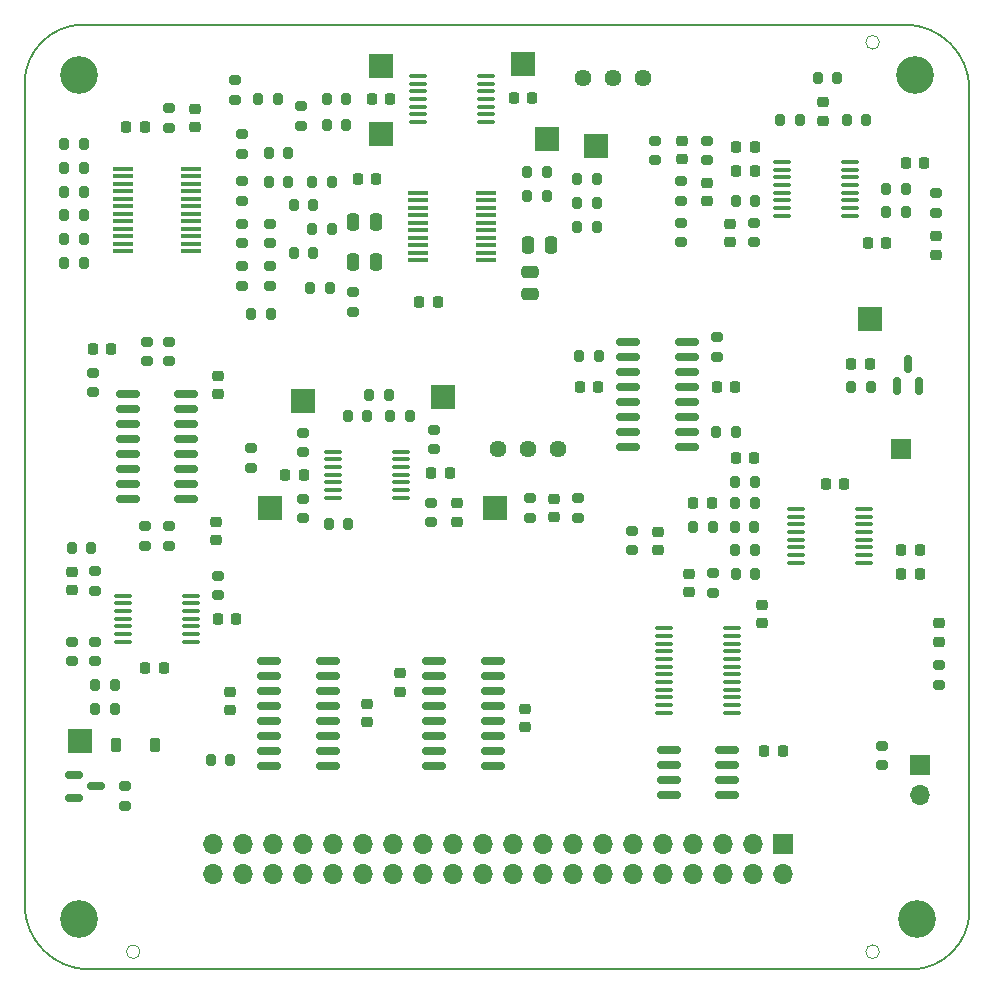
<source format=gbr>
G04 #@! TF.GenerationSoftware,KiCad,Pcbnew,7.0.11*
G04 #@! TF.CreationDate,2024-11-30T22:12:29-08:00*
G04 #@! TF.ProjectId,poledancer,706f6c65-6461-46e6-9365-722e6b696361,0.1*
G04 #@! TF.SameCoordinates,PX3de4ba0PY6578900*
G04 #@! TF.FileFunction,Soldermask,Top*
G04 #@! TF.FilePolarity,Negative*
%FSLAX46Y46*%
G04 Gerber Fmt 4.6, Leading zero omitted, Abs format (unit mm)*
G04 Created by KiCad (PCBNEW 7.0.11) date 2024-11-30 22:12:29*
%MOMM*%
%LPD*%
G01*
G04 APERTURE LIST*
G04 Aperture macros list*
%AMRoundRect*
0 Rectangle with rounded corners*
0 $1 Rounding radius*
0 $2 $3 $4 $5 $6 $7 $8 $9 X,Y pos of 4 corners*
0 Add a 4 corners polygon primitive as box body*
4,1,4,$2,$3,$4,$5,$6,$7,$8,$9,$2,$3,0*
0 Add four circle primitives for the rounded corners*
1,1,$1+$1,$2,$3*
1,1,$1+$1,$4,$5*
1,1,$1+$1,$6,$7*
1,1,$1+$1,$8,$9*
0 Add four rect primitives between the rounded corners*
20,1,$1+$1,$2,$3,$4,$5,0*
20,1,$1+$1,$4,$5,$6,$7,0*
20,1,$1+$1,$6,$7,$8,$9,0*
20,1,$1+$1,$8,$9,$2,$3,0*%
G04 Aperture macros list end*
%ADD10RoundRect,0.225000X-0.250000X0.225000X-0.250000X-0.225000X0.250000X-0.225000X0.250000X0.225000X0*%
%ADD11RoundRect,0.225000X0.250000X-0.225000X0.250000X0.225000X-0.250000X0.225000X-0.250000X-0.225000X0*%
%ADD12RoundRect,0.200000X0.200000X0.275000X-0.200000X0.275000X-0.200000X-0.275000X0.200000X-0.275000X0*%
%ADD13C,3.200000*%
%ADD14RoundRect,0.100000X0.637500X0.100000X-0.637500X0.100000X-0.637500X-0.100000X0.637500X-0.100000X0*%
%ADD15RoundRect,0.100000X-0.637500X-0.100000X0.637500X-0.100000X0.637500X0.100000X-0.637500X0.100000X0*%
%ADD16R,1.700000X1.700000*%
%ADD17RoundRect,0.225000X0.225000X0.250000X-0.225000X0.250000X-0.225000X-0.250000X0.225000X-0.250000X0*%
%ADD18R,1.700000X0.400000*%
%ADD19RoundRect,0.250000X0.250000X0.475000X-0.250000X0.475000X-0.250000X-0.475000X0.250000X-0.475000X0*%
%ADD20RoundRect,0.150000X-0.825000X-0.150000X0.825000X-0.150000X0.825000X0.150000X-0.825000X0.150000X0*%
%ADD21RoundRect,0.225000X-0.225000X-0.250000X0.225000X-0.250000X0.225000X0.250000X-0.225000X0.250000X0*%
%ADD22RoundRect,0.200000X0.275000X-0.200000X0.275000X0.200000X-0.275000X0.200000X-0.275000X-0.200000X0*%
%ADD23RoundRect,0.200000X-0.200000X-0.275000X0.200000X-0.275000X0.200000X0.275000X-0.200000X0.275000X0*%
%ADD24O,1.700000X1.700000*%
%ADD25R,2.000000X2.000000*%
%ADD26RoundRect,0.200000X-0.275000X0.200000X-0.275000X-0.200000X0.275000X-0.200000X0.275000X0.200000X0*%
%ADD27RoundRect,0.250000X-0.475000X0.250000X-0.475000X-0.250000X0.475000X-0.250000X0.475000X0.250000X0*%
%ADD28C,1.440000*%
%ADD29RoundRect,0.150000X-0.587500X-0.150000X0.587500X-0.150000X0.587500X0.150000X-0.587500X0.150000X0*%
%ADD30RoundRect,0.218750X0.256250X-0.218750X0.256250X0.218750X-0.256250X0.218750X-0.256250X-0.218750X0*%
%ADD31RoundRect,0.250000X-0.250000X-0.475000X0.250000X-0.475000X0.250000X0.475000X-0.250000X0.475000X0*%
%ADD32RoundRect,0.150000X0.150000X-0.587500X0.150000X0.587500X-0.150000X0.587500X-0.150000X-0.587500X0*%
%ADD33RoundRect,0.225000X-0.225000X-0.375000X0.225000X-0.375000X0.225000X0.375000X-0.225000X0.375000X0*%
G04 #@! TA.AperFunction,Profile*
%ADD34C,0.150000*%
G04 #@! TD*
G04 #@! TA.AperFunction,Profile*
%ADD35C,0.050000*%
G04 #@! TD*
G04 APERTURE END LIST*
D10*
X56125000Y71625000D03*
X56125000Y70075000D03*
D11*
X45325000Y39795000D03*
X45325000Y41345000D03*
D12*
X22824998Y70600000D03*
X21174998Y70600000D03*
D11*
X54100000Y37025000D03*
X54100000Y38575000D03*
D13*
X76100000Y5800000D03*
X75900000Y77200000D03*
X5100000Y5800000D03*
X5100000Y77200000D03*
D14*
X71562500Y35925000D03*
X71562500Y36575000D03*
X71562500Y37225000D03*
X71562500Y37875000D03*
X71562500Y38525000D03*
X71562500Y39175000D03*
X71562500Y39825000D03*
X71562500Y40475000D03*
X65837500Y40475000D03*
X65837500Y39825000D03*
X65837500Y39175000D03*
X65837500Y38525000D03*
X65837500Y37875000D03*
X65837500Y37225000D03*
X65837500Y36575000D03*
X65837500Y35925000D03*
D15*
X33837500Y77150000D03*
X33837500Y76500000D03*
X33837500Y75850000D03*
X33837500Y75200000D03*
X33837500Y74550000D03*
X33837500Y73900000D03*
X33837500Y73250000D03*
X39562500Y73250000D03*
X39562500Y73900000D03*
X39562500Y74550000D03*
X39562500Y75200000D03*
X39562500Y75850000D03*
X39562500Y76500000D03*
X39562500Y77150000D03*
D12*
X5525000Y67350000D03*
X3875000Y67350000D03*
D16*
X74700000Y45600000D03*
D17*
X31475000Y75200000D03*
X29925000Y75200000D03*
D18*
X8850000Y69292500D03*
X8850000Y68657500D03*
X8850000Y68022500D03*
X8850000Y67387500D03*
X8850000Y66752500D03*
X8850000Y66117500D03*
X8850000Y65482500D03*
X8850000Y64847500D03*
X8850000Y64212500D03*
X8850000Y63577500D03*
X8850000Y62942500D03*
X8850000Y62307500D03*
X14550000Y62307500D03*
X14550000Y62942500D03*
X14550000Y63577500D03*
X14550000Y64212500D03*
X14550000Y64847500D03*
X14550000Y65482500D03*
X14550000Y66117500D03*
X14550000Y66752500D03*
X14550000Y67387500D03*
X14550000Y68022500D03*
X14550000Y68657500D03*
X14550000Y69292500D03*
D19*
X30250000Y64800000D03*
X28350000Y64800000D03*
D20*
X51625000Y54645000D03*
X51625000Y53375000D03*
X51625000Y52105000D03*
X51625000Y50835000D03*
X51625000Y49565000D03*
X51625000Y48295000D03*
X51625000Y47025000D03*
X51625000Y45755000D03*
X56575000Y45755000D03*
X56575000Y47025000D03*
X56575000Y48295000D03*
X56575000Y49565000D03*
X56575000Y50835000D03*
X56575000Y52105000D03*
X56575000Y53375000D03*
X56575000Y54645000D03*
D21*
X10725000Y27000000D03*
X12275000Y27000000D03*
D22*
X23900000Y72925000D03*
X23900000Y74575000D03*
D23*
X29675000Y50150000D03*
X31325000Y50150000D03*
D21*
X68325000Y42600000D03*
X69875000Y42600000D03*
D20*
X9225000Y50245000D03*
X9225000Y48975000D03*
X9225000Y47705000D03*
X9225000Y46435000D03*
X9225000Y45165000D03*
X9225000Y43895000D03*
X9225000Y42625000D03*
X9225000Y41355000D03*
X14175000Y41355000D03*
X14175000Y42625000D03*
X14175000Y43895000D03*
X14175000Y45165000D03*
X14175000Y46435000D03*
X14175000Y47705000D03*
X14175000Y48975000D03*
X14175000Y50245000D03*
D17*
X72050000Y52800000D03*
X70500000Y52800000D03*
D10*
X37097000Y40975000D03*
X37097000Y39425000D03*
D16*
X76300000Y18800000D03*
D24*
X76300000Y16260000D03*
D22*
X21249998Y59375000D03*
X21249998Y61025000D03*
D12*
X24925000Y62200000D03*
X23275000Y62200000D03*
D23*
X43050000Y69000000D03*
X44700000Y69000000D03*
X70100000Y73400000D03*
X71750000Y73400000D03*
D25*
X21300000Y40600000D03*
D12*
X75100000Y65600000D03*
X73450000Y65600000D03*
D23*
X26075000Y75200000D03*
X27725000Y75200000D03*
D12*
X21925000Y75200000D03*
X20275000Y75200000D03*
D22*
X6500000Y27575000D03*
X6500000Y29225000D03*
D26*
X58750000Y35025000D03*
X58750000Y33375000D03*
D27*
X43300000Y60550000D03*
X43300000Y58650000D03*
D26*
X12700000Y54625000D03*
X12700000Y52975000D03*
D22*
X53900000Y70025000D03*
X53900000Y71675000D03*
D12*
X8125000Y25600000D03*
X6475000Y25600000D03*
D11*
X17900000Y23425000D03*
X17900000Y24975000D03*
D28*
X45665000Y45525000D03*
X43125000Y45525000D03*
X40585000Y45525000D03*
D29*
X4692500Y17950000D03*
X4692500Y16050000D03*
X6567500Y17000000D03*
D26*
X19700000Y45625000D03*
X19700000Y43975000D03*
D21*
X28725000Y68400000D03*
X30275000Y68400000D03*
D23*
X67675000Y77000000D03*
X69325000Y77000000D03*
D11*
X16900000Y50225000D03*
X16900000Y51775000D03*
D26*
X18900000Y61025000D03*
X18900000Y59375000D03*
D22*
X18900000Y70575000D03*
X18900000Y72225000D03*
D26*
X43325000Y41395000D03*
X43325000Y39745000D03*
D12*
X22824998Y68200000D03*
X21174998Y68200000D03*
D10*
X62900000Y32375000D03*
X62900000Y30825000D03*
D21*
X34950000Y43550000D03*
X36500000Y43550000D03*
D17*
X62312500Y71100000D03*
X60762500Y71100000D03*
D26*
X6475000Y35200000D03*
X6475000Y33550000D03*
D21*
X60725000Y44800000D03*
X62275000Y44800000D03*
D17*
X49075000Y50800000D03*
X47525000Y50800000D03*
D25*
X5210000Y20800000D03*
D17*
X62312500Y69100000D03*
X60762500Y69100000D03*
D12*
X49125000Y53400000D03*
X47475000Y53400000D03*
D22*
X18300000Y75125000D03*
X18300000Y76775000D03*
D12*
X5525000Y71350000D03*
X3875000Y71350000D03*
D23*
X47275000Y64400000D03*
X48925000Y64400000D03*
D20*
X21200000Y27645000D03*
X21200000Y26375000D03*
X21200000Y25105000D03*
X21200000Y23835000D03*
X21200000Y22565000D03*
X21200000Y21295000D03*
X21200000Y20025000D03*
X21200000Y18755000D03*
X26150000Y18755000D03*
X26150000Y20025000D03*
X26150000Y21295000D03*
X26150000Y22565000D03*
X26150000Y23835000D03*
X26150000Y25105000D03*
X26150000Y26375000D03*
X26150000Y27645000D03*
D10*
X77700000Y63575000D03*
X77700000Y62025000D03*
D11*
X68125000Y73375000D03*
X68125000Y74925000D03*
D26*
X4525000Y29225000D03*
X4525000Y27575000D03*
D12*
X58750000Y39000000D03*
X57100000Y39000000D03*
D23*
X64500000Y73400000D03*
X66150000Y73400000D03*
D19*
X30250000Y61400000D03*
X28350000Y61400000D03*
D12*
X5525000Y63350000D03*
X3875000Y63350000D03*
D21*
X71925000Y63000000D03*
X73475000Y63000000D03*
D26*
X35125000Y47175000D03*
X35125000Y45525000D03*
D28*
X52850000Y77000000D03*
X50310000Y77000000D03*
X47770000Y77000000D03*
D25*
X44700000Y71800000D03*
D18*
X39550000Y61542500D03*
X39550000Y62177500D03*
X39550000Y62812500D03*
X39550000Y63447500D03*
X39550000Y64082500D03*
X39550000Y64717500D03*
X39550000Y65352500D03*
X39550000Y65987500D03*
X39550000Y66622500D03*
X39550000Y67257500D03*
X33850000Y67257500D03*
X33850000Y66622500D03*
X33850000Y65987500D03*
X33850000Y65352500D03*
X33850000Y64717500D03*
X33850000Y64082500D03*
X33850000Y63447500D03*
X33850000Y62812500D03*
X33850000Y62177500D03*
X33850000Y61542500D03*
D21*
X41925000Y75250000D03*
X43475000Y75250000D03*
D26*
X56100000Y64700000D03*
X56100000Y63050000D03*
D20*
X35200000Y27600000D03*
X35200000Y26330000D03*
X35200000Y25060000D03*
X35200000Y23790000D03*
X35200000Y22520000D03*
X35200000Y21250000D03*
X35200000Y19980000D03*
X35200000Y18710000D03*
X40150000Y18710000D03*
X40150000Y19980000D03*
X40150000Y21250000D03*
X40150000Y22520000D03*
X40150000Y23790000D03*
X40150000Y25060000D03*
X40150000Y26330000D03*
X40150000Y27600000D03*
D22*
X12700000Y37375000D03*
X12700000Y39025000D03*
D21*
X33925000Y58000000D03*
X35475000Y58000000D03*
D17*
X58675000Y41000000D03*
X57125000Y41000000D03*
D11*
X14900000Y72825000D03*
X14900000Y74375000D03*
D23*
X19675000Y57000000D03*
X21325000Y57000000D03*
D10*
X32300000Y26575000D03*
X32300000Y25025000D03*
D12*
X48925000Y68400000D03*
X47275000Y68400000D03*
D22*
X59150000Y53375000D03*
X59150000Y55025000D03*
D12*
X26500000Y68200000D03*
X24850000Y68200000D03*
D25*
X35925000Y49925000D03*
X48900000Y71200000D03*
D15*
X64637500Y69875000D03*
X64637500Y69225000D03*
X64637500Y68575000D03*
X64637500Y67925000D03*
X64637500Y67275000D03*
X64637500Y66625000D03*
X64637500Y65975000D03*
X64637500Y65325000D03*
X70362500Y65325000D03*
X70362500Y65975000D03*
X70362500Y66625000D03*
X70362500Y67275000D03*
X70362500Y67925000D03*
X70362500Y68575000D03*
X70362500Y69225000D03*
X70362500Y69875000D03*
D26*
X6300000Y52025000D03*
X6300000Y50375000D03*
D22*
X34925000Y39375000D03*
X34925000Y41025000D03*
D26*
X77900000Y27237500D03*
X77900000Y25587500D03*
D12*
X26325000Y59200000D03*
X24675000Y59200000D03*
X75100000Y67600000D03*
X73450000Y67600000D03*
X5525000Y61350000D03*
X3875000Y61350000D03*
D15*
X54637500Y30375000D03*
X54637500Y29725000D03*
X54637500Y29075000D03*
X54637500Y28425000D03*
X54637500Y27775000D03*
X54637500Y27125000D03*
X54637500Y26475000D03*
X54637500Y25825000D03*
X54637500Y25175000D03*
X54637500Y24525000D03*
X54637500Y23875000D03*
X54637500Y23225000D03*
X60362500Y23225000D03*
X60362500Y23875000D03*
X60362500Y24525000D03*
X60362500Y25175000D03*
X60362500Y25825000D03*
X60362500Y26475000D03*
X60362500Y27125000D03*
X60362500Y27775000D03*
X60362500Y28425000D03*
X60362500Y29075000D03*
X60362500Y29725000D03*
X60362500Y30375000D03*
D23*
X60675000Y42800000D03*
X62325000Y42800000D03*
D25*
X30700000Y72200000D03*
D11*
X29500000Y22425000D03*
X29500000Y23975000D03*
D26*
X9010000Y17025000D03*
X9010000Y15375000D03*
X21249998Y64625000D03*
X21249998Y62975000D03*
D21*
X75125000Y69800000D03*
X76675000Y69800000D03*
D11*
X42900000Y22025000D03*
X42900000Y23575000D03*
D21*
X74725000Y37000000D03*
X76275000Y37000000D03*
D23*
X59075000Y47000000D03*
X60725000Y47000000D03*
D21*
X74725000Y35016000D03*
X76275000Y35016000D03*
D12*
X5525000Y69350000D03*
X3875000Y69350000D03*
D21*
X6300000Y54000000D03*
X7850000Y54000000D03*
D23*
X27875000Y48350000D03*
X29525000Y48350000D03*
D17*
X60675000Y50800000D03*
X59125000Y50800000D03*
D23*
X60712500Y66600000D03*
X62362500Y66600000D03*
D10*
X56725000Y34975000D03*
X56725000Y33425000D03*
D15*
X8837500Y33150000D03*
X8837500Y32500000D03*
X8837500Y31850000D03*
X8837500Y31200000D03*
X8837500Y30550000D03*
X8837500Y29900000D03*
X8837500Y29250000D03*
X14562500Y29250000D03*
X14562500Y29900000D03*
X14562500Y30550000D03*
X14562500Y31200000D03*
X14562500Y31850000D03*
X14562500Y32500000D03*
X14562500Y33150000D03*
D22*
X47325000Y39745000D03*
X47325000Y41395000D03*
D23*
X4475000Y37200000D03*
X6125000Y37200000D03*
D26*
X73100000Y20425000D03*
X73100000Y18775000D03*
D23*
X60700000Y35000000D03*
X62350000Y35000000D03*
D26*
X10900000Y54625000D03*
X10900000Y52975000D03*
D23*
X60675000Y41000000D03*
X62325000Y41000000D03*
D25*
X40325000Y40550000D03*
D20*
X55025000Y20105000D03*
X55025000Y18835000D03*
X55025000Y17565000D03*
X55025000Y16295000D03*
X59975000Y16295000D03*
X59975000Y17565000D03*
X59975000Y18835000D03*
X59975000Y20105000D03*
D26*
X24100000Y46950000D03*
X24100000Y45300000D03*
D21*
X9125000Y72850000D03*
X10675000Y72850000D03*
D25*
X24100000Y49600000D03*
D26*
X58300000Y71675000D03*
X58300000Y70025000D03*
D11*
X60212500Y63100000D03*
X60212500Y64650000D03*
D23*
X60675000Y37000000D03*
X62325000Y37000000D03*
X31460000Y48350000D03*
X33110000Y48350000D03*
X16275000Y19200000D03*
X17925000Y19200000D03*
D22*
X62287500Y63050000D03*
X62287500Y64700000D03*
D12*
X27925000Y39200000D03*
X26275000Y39200000D03*
D30*
X77900000Y29225000D03*
X77900000Y30800000D03*
D16*
X64700000Y12090000D03*
D24*
X64700000Y9550000D03*
X62160000Y12090000D03*
X62160000Y9550000D03*
X59620000Y12090000D03*
X59620000Y9550000D03*
X57080000Y12090000D03*
X57080000Y9550000D03*
X54540000Y12090000D03*
X54540000Y9550000D03*
X52000000Y12090000D03*
X52000000Y9550000D03*
X49460000Y12090000D03*
X49460000Y9550000D03*
X46920000Y12090000D03*
X46920000Y9550000D03*
X44380000Y12090000D03*
X44380000Y9550000D03*
X41840000Y12090000D03*
X41840000Y9550000D03*
X39300000Y12090000D03*
X39300000Y9550000D03*
X36760000Y12090000D03*
X36760000Y9550000D03*
X34220000Y12090000D03*
X34220000Y9550000D03*
X31680000Y12090000D03*
X31680000Y9550000D03*
X29140000Y12090000D03*
X29140000Y9550000D03*
X26600000Y12090000D03*
X26600000Y9550000D03*
X24060000Y12090000D03*
X24060000Y9550000D03*
X21520000Y12090000D03*
X21520000Y9550000D03*
X18980000Y12090000D03*
X18980000Y9550000D03*
X16440000Y12090000D03*
X16440000Y9550000D03*
D25*
X72100000Y56600000D03*
D12*
X5525000Y65350000D03*
X3875000Y65350000D03*
D31*
X43150000Y62800000D03*
X45050000Y62800000D03*
D26*
X12700000Y74425000D03*
X12700000Y72775000D03*
D23*
X70475000Y50800000D03*
X72125000Y50800000D03*
D25*
X42700000Y78200000D03*
D26*
X18900000Y68225000D03*
X18900000Y66575000D03*
D23*
X60650000Y39000000D03*
X62300000Y39000000D03*
D26*
X56117500Y68225000D03*
X56117500Y66575000D03*
D22*
X10700000Y37375000D03*
X10700000Y39025000D03*
X28300000Y57175000D03*
X28300000Y58825000D03*
D23*
X6475000Y23525000D03*
X8125000Y23525000D03*
D11*
X58300000Y66575000D03*
X58300000Y68125000D03*
D12*
X44700000Y67000000D03*
X43050000Y67000000D03*
D17*
X24125000Y43350000D03*
X22575000Y43350000D03*
D32*
X74350000Y50862500D03*
X76250000Y50862500D03*
X75300000Y52737500D03*
D17*
X64675000Y20000000D03*
X63125000Y20000000D03*
D22*
X24100000Y39700000D03*
X24100000Y41350000D03*
D15*
X26637500Y45350000D03*
X26637500Y44700000D03*
X26637500Y44050000D03*
X26637500Y43400000D03*
X26637500Y42750000D03*
X26637500Y42100000D03*
X26637500Y41450000D03*
X32362500Y41450000D03*
X32362500Y42100000D03*
X32362500Y42750000D03*
X32362500Y43400000D03*
X32362500Y44050000D03*
X32362500Y44700000D03*
X32362500Y45350000D03*
D22*
X51900000Y36975000D03*
X51900000Y38625000D03*
D26*
X77700000Y67225000D03*
X77700000Y65575000D03*
D17*
X18425000Y31200000D03*
X16875000Y31200000D03*
D33*
X8250000Y20525000D03*
X11550000Y20525000D03*
D23*
X23275000Y66200000D03*
X24925000Y66200000D03*
X47275000Y66400000D03*
X48925000Y66400000D03*
D10*
X4500000Y35150000D03*
X4500000Y33600000D03*
D25*
X30700000Y78000000D03*
D23*
X24850000Y64200000D03*
X26500000Y64200000D03*
D26*
X16900000Y34825000D03*
X16900000Y33175000D03*
D10*
X16700000Y39375000D03*
X16700000Y37825000D03*
D22*
X18900000Y62975000D03*
X18900000Y64625000D03*
D12*
X27725000Y73000000D03*
X26075000Y73000000D03*
D34*
X500000Y7000000D02*
G75*
G03*
X6000000Y1500000I5500000J0D01*
G01*
X75500000Y1500000D02*
G75*
G03*
X80500000Y6500000I0J5000000D01*
G01*
X75500000Y1500000D02*
X6000000Y1500000D01*
X5500000Y81500000D02*
G75*
G03*
X500000Y76500000I0J-5000000D01*
G01*
X80500000Y76000000D02*
G75*
G03*
X75000000Y81500000I-5500000J0D01*
G01*
X5500000Y81500000D02*
X75000000Y81500000D01*
X80500000Y6500000D02*
X80500000Y76000000D01*
X500000Y76500000D02*
X500000Y7000000D01*
D35*
X10276000Y3000000D02*
G75*
G03*
X9124000Y3000000I-576000J0D01*
G01*
X9124000Y3000000D02*
G75*
G03*
X10276000Y3000000I576000J0D01*
G01*
X72876000Y80000000D02*
G75*
G03*
X71724000Y80000000I-576000J0D01*
G01*
X71724000Y80000000D02*
G75*
G03*
X72876000Y80000000I576000J0D01*
G01*
X72876000Y3000000D02*
G75*
G03*
X71724000Y3000000I-576000J0D01*
G01*
X71724000Y3000000D02*
G75*
G03*
X72876000Y3000000I576000J0D01*
G01*
M02*

</source>
